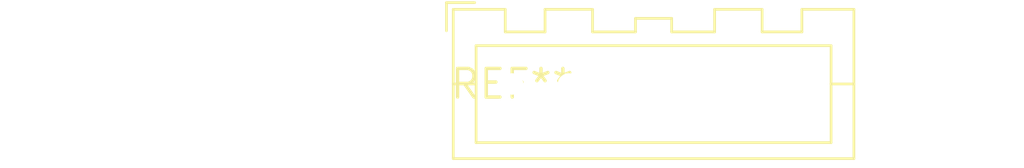
<source format=kicad_pcb>
(kicad_pcb (version 20240108) (generator pcbnew)
  (layers (0 "F.Cu" signal) (31 "B.Cu" signal) (34 "B.Paste" user) (35 "F.Paste" user) (36 "B.SilkS" user "B.Silkscreen") (37 "F.SilkS" user "F.Silkscreen") (38 "B.Mask" user) (39 "F.Mask" user) (44 "Edge.Cuts" user))
  (net 0 "")
  (footprint "JST_XA_B06B-XASK-1_1x06_P2.50mm_Vertical" (layer "F.Cu") (at 0 0)
    (property "Reference" "REF**")
    (property "Value" "JST_XA_B06B-XASK-1_1x06_P2.50mm_Vertical")
    (fp_line (start -2.91 -3.61) (end -2.91 -2.36) (layer "F.SilkS") (stroke (width 0.12)))
    (fp_line (start -2.61 -3.31) (end -2.61 3.31) (layer "F.SilkS") (stroke (width 0.12)))
    (fp_line (start -2.61 0) (end -1.6 0) (layer "F.SilkS") (stroke (width 0.12)))
    (fp_line (start -2.61 3.31) (end 15.11 3.31) (layer "F.SilkS") (stroke (width 0.12)))
    (fp_line (start -1.66 -3.61) (end -2.91 -3.61) (layer "F.SilkS") (stroke (width 0.12)))
    (fp_line (start -1.6 -1.7) (end -1.6 2.6) (layer "F.SilkS") (stroke (width 0.12)))
    (fp_line (start -1.6 2.6) (end 14.1 2.6) (layer "F.SilkS") (stroke (width 0.12)))
    (fp_line (start -0.31 -3.31) (end -2.61 -3.31) (layer "F.SilkS") (stroke (width 0.12)))
    (fp_line (start -0.31 -2.31) (end -0.31 -3.31) (layer "F.SilkS") (stroke (width 0.12)))
    (fp_line (start 1.45 -3.31) (end 1.45 -2.31) (layer "F.SilkS") (stroke (width 0.12)))
    (fp_line (start 1.45 -2.31) (end -0.31 -2.31) (layer "F.SilkS") (stroke (width 0.12)))
    (fp_line (start 3.55 -3.31) (end 1.45 -3.31) (layer "F.SilkS") (stroke (width 0.12)))
    (fp_line (start 3.55 -2.31) (end 3.55 -3.31) (layer "F.SilkS") (stroke (width 0.12)))
    (fp_line (start 5.45 -2.91) (end 5.45 -2.31) (layer "F.SilkS") (stroke (width 0.12)))
    (fp_line (start 5.45 -2.31) (end 3.55 -2.31) (layer "F.SilkS") (stroke (width 0.12)))
    (fp_line (start 7.05 -2.91) (end 5.45 -2.91) (layer "F.SilkS") (stroke (width 0.12)))
    (fp_line (start 7.05 -2.31) (end 7.05 -2.91) (layer "F.SilkS") (stroke (width 0.12)))
    (fp_line (start 8.95 -3.31) (end 8.95 -2.31) (layer "F.SilkS") (stroke (width 0.12)))
    (fp_line (start 8.95 -2.31) (end 7.05 -2.31) (layer "F.SilkS") (stroke (width 0.12)))
    (fp_line (start 11.05 -3.31) (end 8.95 -3.31) (layer "F.SilkS") (stroke (width 0.12)))
    (fp_line (start 11.05 -2.31) (end 11.05 -3.31) (layer "F.SilkS") (stroke (width 0.12)))
    (fp_line (start 12.81 -3.31) (end 12.81 -2.31) (layer "F.SilkS") (stroke (width 0.12)))
    (fp_line (start 12.81 -2.31) (end 11.05 -2.31) (layer "F.SilkS") (stroke (width 0.12)))
    (fp_line (start 14.1 -1.7) (end -1.6 -1.7) (layer "F.SilkS") (stroke (width 0.12)))
    (fp_line (start 14.1 2.6) (end 14.1 -1.7) (layer "F.SilkS") (stroke (width 0.12)))
    (fp_line (start 15.11 -3.31) (end 12.81 -3.31) (layer "F.SilkS") (stroke (width 0.12)))
    (fp_line (start 15.11 0) (end 14.1 0) (layer "F.SilkS") (stroke (width 0.12)))
    (fp_line (start 15.11 3.31) (end 15.11 -3.31) (layer "F.SilkS") (stroke (width 0.12)))
    (pad "1" thru_hole roundrect (at 0 0) (size 1.7 1.95) (drill 0.95) (layers *.Cu *.Mask) (remove_unused_layers) (roundrect_rratio 0.147059))
    (pad "2" thru_hole oval (at 2.5 0) (size 1.7 1.95) (drill 0.95) (layers *.Cu *.Mask) (remove_unused_layers))
    (pad "3" thru_hole oval (at 5 0) (size 1.7 1.95) (drill 0.95) (layers *.Cu *.Mask) (remove_unused_layers))
    (pad "4" thru_hole oval (at 7.5 0) (size 1.7 1.95) (drill 0.95) (layers *.Cu *.Mask) (remove_unused_layers))
    (pad "5" thru_hole oval (at 10 0) (size 1.7 1.95) (drill 0.95) (layers *.Cu *.Mask) (remove_unused_layers))
    (pad "6" thru_hole oval (at 12.5 0) (size 1.7 1.95) (drill 0.95) (layers *.Cu *.Mask) (remove_unused_layers))
  )
)
</source>
